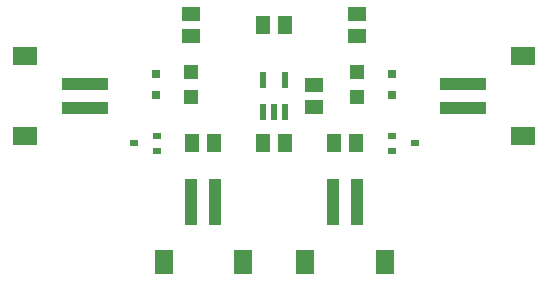
<source format=gtp>
G75*
%MOIN*%
%OFA0B0*%
%FSLAX25Y25*%
%IPPOS*%
%LPD*%
%AMOC8*
5,1,8,0,0,1.08239X$1,22.5*
%
%ADD10R,0.05118X0.05906*%
%ADD11R,0.05906X0.05118*%
%ADD12R,0.04724X0.04724*%
%ADD13R,0.03150X0.02756*%
%ADD14R,0.02559X0.02362*%
%ADD15R,0.07874X0.05906*%
%ADD16R,0.15748X0.03937*%
%ADD17R,0.02200X0.05200*%
%ADD18R,0.05906X0.07874*%
%ADD19R,0.03937X0.15748*%
D10*
X0066957Y0051013D03*
X0074438Y0051013D03*
X0090580Y0051013D03*
X0098060Y0051013D03*
X0114202Y0051013D03*
X0121682Y0051013D03*
X0098060Y0090383D03*
X0090580Y0090383D03*
D11*
X0066761Y0094123D03*
X0066761Y0086643D03*
X0107568Y0070501D03*
X0107568Y0063020D03*
X0121879Y0086643D03*
X0121879Y0094123D03*
D12*
X0121879Y0074831D03*
X0121879Y0066564D03*
X0066761Y0066564D03*
X0066761Y0074831D03*
D13*
X0054950Y0074241D03*
X0054950Y0067154D03*
X0133690Y0067154D03*
X0133690Y0074241D03*
D14*
X0133493Y0053572D03*
X0141170Y0051013D03*
X0133493Y0048454D03*
X0055146Y0048454D03*
X0047469Y0051013D03*
X0055146Y0053572D03*
D15*
X0011249Y0053572D03*
X0011249Y0079950D03*
X0177391Y0079950D03*
X0177391Y0053572D03*
D16*
X0157312Y0062824D03*
X0157312Y0070698D03*
X0031328Y0070698D03*
X0031328Y0062824D03*
D17*
X0090620Y0061361D03*
X0094320Y0061361D03*
X0098020Y0061361D03*
X0098020Y0072161D03*
X0090620Y0072161D03*
D18*
X0057509Y0011249D03*
X0083887Y0011249D03*
X0104753Y0011249D03*
X0131131Y0011249D03*
D19*
X0121879Y0031328D03*
X0114005Y0031328D03*
X0074635Y0031328D03*
X0066761Y0031328D03*
M02*

</source>
